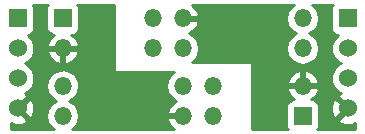
<source format=gbl>
G04 (created by PCBNEW (2013-07-07 BZR 4022)-stable) date 4/11/2015 2:22:11 PM*
%MOIN*%
G04 Gerber Fmt 3.4, Leading zero omitted, Abs format*
%FSLAX34Y34*%
G01*
G70*
G90*
G04 APERTURE LIST*
%ADD10C,0.00590551*%
%ADD11O,0.059X0.059*%
%ADD12R,0.06X0.06*%
%ADD13C,0.06*%
%ADD14R,0.059X0.059*%
%ADD15C,0.01*%
G04 APERTURE END LIST*
G54D10*
G54D11*
X53750Y-28250D03*
X57750Y-28250D03*
X57750Y-27000D03*
X61750Y-27000D03*
X57750Y-29250D03*
X53750Y-29250D03*
X57750Y-26000D03*
X61750Y-26000D03*
G54D12*
X52250Y-26000D03*
G54D13*
X52250Y-27000D03*
X52250Y-28000D03*
X52250Y-29000D03*
G54D12*
X63250Y-26000D03*
G54D13*
X63250Y-27000D03*
X63250Y-28000D03*
X63250Y-29000D03*
G54D14*
X53750Y-26000D03*
G54D11*
X53750Y-27000D03*
X56750Y-27000D03*
X56750Y-26000D03*
G54D14*
X61750Y-29250D03*
G54D11*
X61750Y-28250D03*
X58750Y-28250D03*
X58750Y-29250D03*
G54D10*
G36*
X57807Y-29300D02*
X57800Y-29300D01*
X57800Y-29307D01*
X57700Y-29307D01*
X57700Y-29300D01*
X57270Y-29300D01*
X57221Y-29384D01*
X57281Y-29528D01*
X57423Y-29686D01*
X57451Y-29700D01*
X54049Y-29700D01*
X54146Y-29635D01*
X54264Y-29458D01*
X54305Y-29250D01*
X54264Y-29041D01*
X54146Y-28864D01*
X53974Y-28750D01*
X54146Y-28635D01*
X54264Y-28458D01*
X54305Y-28250D01*
X54278Y-28111D01*
X54278Y-27134D01*
X54230Y-27050D01*
X53800Y-27050D01*
X53800Y-27479D01*
X53884Y-27528D01*
X54028Y-27468D01*
X54186Y-27326D01*
X54278Y-27134D01*
X54278Y-28111D01*
X54264Y-28041D01*
X54146Y-27864D01*
X53969Y-27746D01*
X53760Y-27705D01*
X53739Y-27705D01*
X53700Y-27712D01*
X53700Y-27479D01*
X53700Y-27050D01*
X53269Y-27050D01*
X53221Y-27134D01*
X53313Y-27326D01*
X53471Y-27468D01*
X53615Y-27528D01*
X53700Y-27479D01*
X53700Y-27712D01*
X53530Y-27746D01*
X53353Y-27864D01*
X53235Y-28041D01*
X53194Y-28250D01*
X53235Y-28458D01*
X53353Y-28635D01*
X53525Y-28750D01*
X53353Y-28864D01*
X53235Y-29041D01*
X53194Y-29250D01*
X53235Y-29458D01*
X53353Y-29635D01*
X53450Y-29700D01*
X52804Y-29700D01*
X52804Y-29081D01*
X52793Y-28863D01*
X52731Y-28712D01*
X52635Y-28684D01*
X52320Y-29000D01*
X52635Y-29315D01*
X52731Y-29287D01*
X52804Y-29081D01*
X52804Y-29700D01*
X52019Y-29700D01*
X52019Y-29501D01*
X52168Y-29554D01*
X52386Y-29543D01*
X52537Y-29481D01*
X52565Y-29385D01*
X52250Y-29070D01*
X52244Y-29076D01*
X52173Y-29005D01*
X52179Y-29000D01*
X52173Y-28994D01*
X52244Y-28923D01*
X52250Y-28929D01*
X52565Y-28614D01*
X52537Y-28518D01*
X52482Y-28499D01*
X52561Y-28466D01*
X52715Y-28311D01*
X52799Y-28109D01*
X52800Y-27891D01*
X52716Y-27688D01*
X52561Y-27534D01*
X52480Y-27500D01*
X52561Y-27466D01*
X52715Y-27311D01*
X52799Y-27109D01*
X52800Y-26891D01*
X52716Y-26688D01*
X52577Y-26550D01*
X52599Y-26550D01*
X52691Y-26512D01*
X52761Y-26441D01*
X52799Y-26349D01*
X52800Y-26250D01*
X52800Y-25650D01*
X52762Y-25558D01*
X52753Y-25550D01*
X53256Y-25550D01*
X53243Y-25563D01*
X53205Y-25655D01*
X53204Y-25754D01*
X53204Y-26344D01*
X53242Y-26436D01*
X53313Y-26506D01*
X53405Y-26544D01*
X53456Y-26545D01*
X53313Y-26673D01*
X53221Y-26865D01*
X53269Y-26950D01*
X53700Y-26950D01*
X53700Y-26942D01*
X53800Y-26942D01*
X53800Y-26950D01*
X54230Y-26950D01*
X54278Y-26865D01*
X54186Y-26673D01*
X54043Y-26545D01*
X54094Y-26545D01*
X54186Y-26507D01*
X54256Y-26436D01*
X54294Y-26344D01*
X54295Y-26245D01*
X54295Y-25655D01*
X54257Y-25563D01*
X54243Y-25550D01*
X55450Y-25550D01*
X55450Y-27800D01*
X57450Y-27800D01*
X57353Y-27864D01*
X57235Y-28041D01*
X57194Y-28250D01*
X57235Y-28458D01*
X57353Y-28635D01*
X57530Y-28753D01*
X57543Y-28756D01*
X57423Y-28813D01*
X57281Y-28971D01*
X57221Y-29115D01*
X57270Y-29200D01*
X57700Y-29200D01*
X57700Y-29192D01*
X57800Y-29192D01*
X57800Y-29200D01*
X57807Y-29200D01*
X57807Y-29300D01*
X57807Y-29300D01*
G37*
G54D15*
X57807Y-29300D02*
X57800Y-29300D01*
X57800Y-29307D01*
X57700Y-29307D01*
X57700Y-29300D01*
X57270Y-29300D01*
X57221Y-29384D01*
X57281Y-29528D01*
X57423Y-29686D01*
X57451Y-29700D01*
X54049Y-29700D01*
X54146Y-29635D01*
X54264Y-29458D01*
X54305Y-29250D01*
X54264Y-29041D01*
X54146Y-28864D01*
X53974Y-28750D01*
X54146Y-28635D01*
X54264Y-28458D01*
X54305Y-28250D01*
X54278Y-28111D01*
X54278Y-27134D01*
X54230Y-27050D01*
X53800Y-27050D01*
X53800Y-27479D01*
X53884Y-27528D01*
X54028Y-27468D01*
X54186Y-27326D01*
X54278Y-27134D01*
X54278Y-28111D01*
X54264Y-28041D01*
X54146Y-27864D01*
X53969Y-27746D01*
X53760Y-27705D01*
X53739Y-27705D01*
X53700Y-27712D01*
X53700Y-27479D01*
X53700Y-27050D01*
X53269Y-27050D01*
X53221Y-27134D01*
X53313Y-27326D01*
X53471Y-27468D01*
X53615Y-27528D01*
X53700Y-27479D01*
X53700Y-27712D01*
X53530Y-27746D01*
X53353Y-27864D01*
X53235Y-28041D01*
X53194Y-28250D01*
X53235Y-28458D01*
X53353Y-28635D01*
X53525Y-28750D01*
X53353Y-28864D01*
X53235Y-29041D01*
X53194Y-29250D01*
X53235Y-29458D01*
X53353Y-29635D01*
X53450Y-29700D01*
X52804Y-29700D01*
X52804Y-29081D01*
X52793Y-28863D01*
X52731Y-28712D01*
X52635Y-28684D01*
X52320Y-29000D01*
X52635Y-29315D01*
X52731Y-29287D01*
X52804Y-29081D01*
X52804Y-29700D01*
X52019Y-29700D01*
X52019Y-29501D01*
X52168Y-29554D01*
X52386Y-29543D01*
X52537Y-29481D01*
X52565Y-29385D01*
X52250Y-29070D01*
X52244Y-29076D01*
X52173Y-29005D01*
X52179Y-29000D01*
X52173Y-28994D01*
X52244Y-28923D01*
X52250Y-28929D01*
X52565Y-28614D01*
X52537Y-28518D01*
X52482Y-28499D01*
X52561Y-28466D01*
X52715Y-28311D01*
X52799Y-28109D01*
X52800Y-27891D01*
X52716Y-27688D01*
X52561Y-27534D01*
X52480Y-27500D01*
X52561Y-27466D01*
X52715Y-27311D01*
X52799Y-27109D01*
X52800Y-26891D01*
X52716Y-26688D01*
X52577Y-26550D01*
X52599Y-26550D01*
X52691Y-26512D01*
X52761Y-26441D01*
X52799Y-26349D01*
X52800Y-26250D01*
X52800Y-25650D01*
X52762Y-25558D01*
X52753Y-25550D01*
X53256Y-25550D01*
X53243Y-25563D01*
X53205Y-25655D01*
X53204Y-25754D01*
X53204Y-26344D01*
X53242Y-26436D01*
X53313Y-26506D01*
X53405Y-26544D01*
X53456Y-26545D01*
X53313Y-26673D01*
X53221Y-26865D01*
X53269Y-26950D01*
X53700Y-26950D01*
X53700Y-26942D01*
X53800Y-26942D01*
X53800Y-26950D01*
X54230Y-26950D01*
X54278Y-26865D01*
X54186Y-26673D01*
X54043Y-26545D01*
X54094Y-26545D01*
X54186Y-26507D01*
X54256Y-26436D01*
X54294Y-26344D01*
X54295Y-26245D01*
X54295Y-25655D01*
X54257Y-25563D01*
X54243Y-25550D01*
X55450Y-25550D01*
X55450Y-27800D01*
X57450Y-27800D01*
X57353Y-27864D01*
X57235Y-28041D01*
X57194Y-28250D01*
X57235Y-28458D01*
X57353Y-28635D01*
X57530Y-28753D01*
X57543Y-28756D01*
X57423Y-28813D01*
X57281Y-28971D01*
X57221Y-29115D01*
X57270Y-29200D01*
X57700Y-29200D01*
X57700Y-29192D01*
X57800Y-29192D01*
X57800Y-29200D01*
X57807Y-29200D01*
X57807Y-29300D01*
G54D10*
G36*
X63480Y-29700D02*
X62243Y-29700D01*
X62256Y-29686D01*
X62294Y-29594D01*
X62295Y-29495D01*
X62295Y-28905D01*
X62257Y-28813D01*
X62186Y-28743D01*
X62094Y-28705D01*
X62043Y-28704D01*
X62186Y-28576D01*
X62278Y-28384D01*
X62278Y-28115D01*
X62186Y-27923D01*
X62028Y-27781D01*
X61884Y-27721D01*
X61800Y-27770D01*
X61800Y-28200D01*
X62230Y-28200D01*
X62278Y-28115D01*
X62278Y-28384D01*
X62230Y-28300D01*
X61800Y-28300D01*
X61800Y-28307D01*
X61700Y-28307D01*
X61700Y-28300D01*
X61700Y-28200D01*
X61700Y-27770D01*
X61615Y-27721D01*
X61471Y-27781D01*
X61313Y-27923D01*
X61221Y-28115D01*
X61269Y-28200D01*
X61700Y-28200D01*
X61700Y-28300D01*
X61269Y-28300D01*
X61221Y-28384D01*
X61313Y-28576D01*
X61456Y-28704D01*
X61405Y-28704D01*
X61313Y-28742D01*
X61243Y-28813D01*
X61205Y-28905D01*
X61204Y-29004D01*
X61204Y-29594D01*
X61242Y-29686D01*
X61256Y-29700D01*
X60050Y-29700D01*
X60050Y-27450D01*
X58049Y-27450D01*
X58146Y-27385D01*
X58264Y-27208D01*
X58305Y-27000D01*
X58264Y-26791D01*
X58146Y-26614D01*
X57969Y-26496D01*
X57956Y-26493D01*
X58076Y-26436D01*
X58218Y-26278D01*
X58278Y-26134D01*
X58229Y-26050D01*
X57800Y-26050D01*
X57800Y-26057D01*
X57700Y-26057D01*
X57700Y-26050D01*
X57692Y-26050D01*
X57692Y-25950D01*
X57700Y-25950D01*
X57700Y-25942D01*
X57800Y-25942D01*
X57800Y-25950D01*
X58229Y-25950D01*
X58278Y-25865D01*
X58218Y-25721D01*
X58076Y-25563D01*
X58048Y-25550D01*
X61450Y-25550D01*
X61353Y-25614D01*
X61235Y-25791D01*
X61194Y-26000D01*
X61235Y-26208D01*
X61353Y-26385D01*
X61525Y-26500D01*
X61353Y-26614D01*
X61235Y-26791D01*
X61194Y-27000D01*
X61235Y-27208D01*
X61353Y-27385D01*
X61530Y-27503D01*
X61739Y-27545D01*
X61760Y-27545D01*
X61969Y-27503D01*
X62146Y-27385D01*
X62264Y-27208D01*
X62305Y-27000D01*
X62264Y-26791D01*
X62146Y-26614D01*
X61974Y-26500D01*
X62146Y-26385D01*
X62264Y-26208D01*
X62305Y-26000D01*
X62264Y-25791D01*
X62146Y-25614D01*
X62049Y-25550D01*
X62746Y-25550D01*
X62738Y-25558D01*
X62700Y-25650D01*
X62699Y-25749D01*
X62699Y-26349D01*
X62737Y-26441D01*
X62808Y-26511D01*
X62900Y-26549D01*
X62922Y-26549D01*
X62784Y-26688D01*
X62700Y-26890D01*
X62699Y-27108D01*
X62783Y-27311D01*
X62938Y-27465D01*
X63019Y-27499D01*
X62938Y-27533D01*
X62784Y-27688D01*
X62700Y-27890D01*
X62699Y-28108D01*
X62783Y-28311D01*
X62938Y-28465D01*
X63013Y-28497D01*
X62962Y-28518D01*
X62934Y-28614D01*
X63250Y-28929D01*
X63255Y-28923D01*
X63326Y-28994D01*
X63320Y-29000D01*
X63326Y-29005D01*
X63255Y-29076D01*
X63250Y-29070D01*
X63179Y-29141D01*
X63179Y-29000D01*
X62864Y-28684D01*
X62768Y-28712D01*
X62695Y-28918D01*
X62706Y-29136D01*
X62768Y-29287D01*
X62864Y-29315D01*
X63179Y-29000D01*
X63179Y-29141D01*
X62934Y-29385D01*
X62962Y-29481D01*
X63168Y-29554D01*
X63386Y-29543D01*
X63480Y-29505D01*
X63480Y-29700D01*
X63480Y-29700D01*
G37*
G54D15*
X63480Y-29700D02*
X62243Y-29700D01*
X62256Y-29686D01*
X62294Y-29594D01*
X62295Y-29495D01*
X62295Y-28905D01*
X62257Y-28813D01*
X62186Y-28743D01*
X62094Y-28705D01*
X62043Y-28704D01*
X62186Y-28576D01*
X62278Y-28384D01*
X62278Y-28115D01*
X62186Y-27923D01*
X62028Y-27781D01*
X61884Y-27721D01*
X61800Y-27770D01*
X61800Y-28200D01*
X62230Y-28200D01*
X62278Y-28115D01*
X62278Y-28384D01*
X62230Y-28300D01*
X61800Y-28300D01*
X61800Y-28307D01*
X61700Y-28307D01*
X61700Y-28300D01*
X61700Y-28200D01*
X61700Y-27770D01*
X61615Y-27721D01*
X61471Y-27781D01*
X61313Y-27923D01*
X61221Y-28115D01*
X61269Y-28200D01*
X61700Y-28200D01*
X61700Y-28300D01*
X61269Y-28300D01*
X61221Y-28384D01*
X61313Y-28576D01*
X61456Y-28704D01*
X61405Y-28704D01*
X61313Y-28742D01*
X61243Y-28813D01*
X61205Y-28905D01*
X61204Y-29004D01*
X61204Y-29594D01*
X61242Y-29686D01*
X61256Y-29700D01*
X60050Y-29700D01*
X60050Y-27450D01*
X58049Y-27450D01*
X58146Y-27385D01*
X58264Y-27208D01*
X58305Y-27000D01*
X58264Y-26791D01*
X58146Y-26614D01*
X57969Y-26496D01*
X57956Y-26493D01*
X58076Y-26436D01*
X58218Y-26278D01*
X58278Y-26134D01*
X58229Y-26050D01*
X57800Y-26050D01*
X57800Y-26057D01*
X57700Y-26057D01*
X57700Y-26050D01*
X57692Y-26050D01*
X57692Y-25950D01*
X57700Y-25950D01*
X57700Y-25942D01*
X57800Y-25942D01*
X57800Y-25950D01*
X58229Y-25950D01*
X58278Y-25865D01*
X58218Y-25721D01*
X58076Y-25563D01*
X58048Y-25550D01*
X61450Y-25550D01*
X61353Y-25614D01*
X61235Y-25791D01*
X61194Y-26000D01*
X61235Y-26208D01*
X61353Y-26385D01*
X61525Y-26500D01*
X61353Y-26614D01*
X61235Y-26791D01*
X61194Y-27000D01*
X61235Y-27208D01*
X61353Y-27385D01*
X61530Y-27503D01*
X61739Y-27545D01*
X61760Y-27545D01*
X61969Y-27503D01*
X62146Y-27385D01*
X62264Y-27208D01*
X62305Y-27000D01*
X62264Y-26791D01*
X62146Y-26614D01*
X61974Y-26500D01*
X62146Y-26385D01*
X62264Y-26208D01*
X62305Y-26000D01*
X62264Y-25791D01*
X62146Y-25614D01*
X62049Y-25550D01*
X62746Y-25550D01*
X62738Y-25558D01*
X62700Y-25650D01*
X62699Y-25749D01*
X62699Y-26349D01*
X62737Y-26441D01*
X62808Y-26511D01*
X62900Y-26549D01*
X62922Y-26549D01*
X62784Y-26688D01*
X62700Y-26890D01*
X62699Y-27108D01*
X62783Y-27311D01*
X62938Y-27465D01*
X63019Y-27499D01*
X62938Y-27533D01*
X62784Y-27688D01*
X62700Y-27890D01*
X62699Y-28108D01*
X62783Y-28311D01*
X62938Y-28465D01*
X63013Y-28497D01*
X62962Y-28518D01*
X62934Y-28614D01*
X63250Y-28929D01*
X63255Y-28923D01*
X63326Y-28994D01*
X63320Y-29000D01*
X63326Y-29005D01*
X63255Y-29076D01*
X63250Y-29070D01*
X63179Y-29141D01*
X63179Y-29000D01*
X62864Y-28684D01*
X62768Y-28712D01*
X62695Y-28918D01*
X62706Y-29136D01*
X62768Y-29287D01*
X62864Y-29315D01*
X63179Y-29000D01*
X63179Y-29141D01*
X62934Y-29385D01*
X62962Y-29481D01*
X63168Y-29554D01*
X63386Y-29543D01*
X63480Y-29505D01*
X63480Y-29700D01*
M02*

</source>
